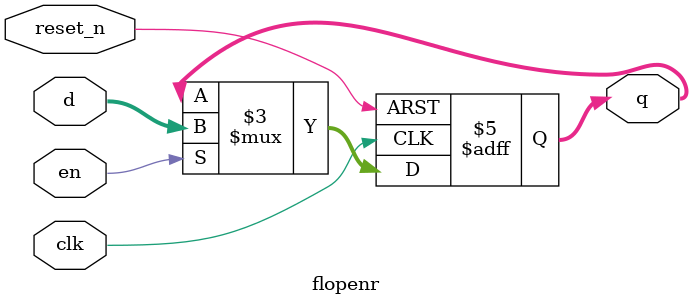
<source format=v>
module flopenr #(parameter WIDTH = 8) (
    input wire clk,
    input wire reset_n,
    input wire en,
    input wire [WIDTH-1:0] d,
    output reg [WIDTH-1:0] q);

    always @(posedge clk, negedge reset_n)
        if (!reset_n)
            q <= 0;
        else if (en)
            q <= d;

endmodule
</source>
